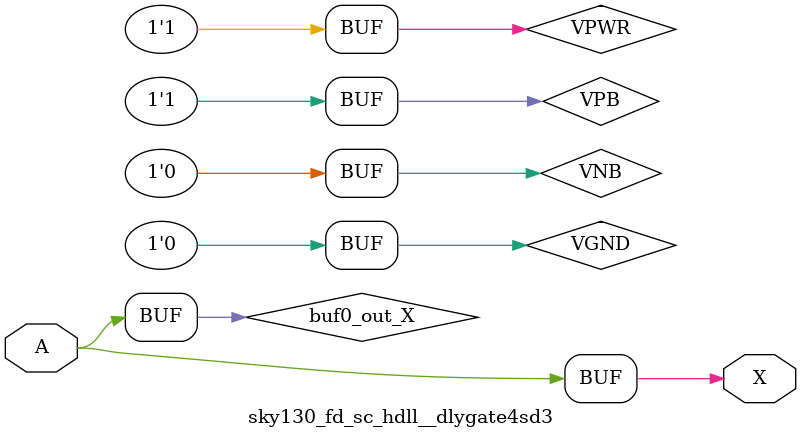
<source format=v>
/*
 * Copyright 2020 The SkyWater PDK Authors
 *
 * Licensed under the Apache License, Version 2.0 (the "License");
 * you may not use this file except in compliance with the License.
 * You may obtain a copy of the License at
 *
 *     https://www.apache.org/licenses/LICENSE-2.0
 *
 * Unless required by applicable law or agreed to in writing, software
 * distributed under the License is distributed on an "AS IS" BASIS,
 * WITHOUT WARRANTIES OR CONDITIONS OF ANY KIND, either express or implied.
 * See the License for the specific language governing permissions and
 * limitations under the License.
 *
 * SPDX-License-Identifier: Apache-2.0
*/


`ifndef SKY130_FD_SC_HDLL__DLYGATE4SD3_BEHAVIORAL_V
`define SKY130_FD_SC_HDLL__DLYGATE4SD3_BEHAVIORAL_V

/**
 * dlygate4sd3: Delay Buffer 4-stage 0.50um length inner stage gates.
 *
 * Verilog simulation functional model.
 */

`timescale 1ns / 1ps
`default_nettype none

`celldefine
module sky130_fd_sc_hdll__dlygate4sd3 (
    X,
    A
);

    // Module ports
    output X;
    input  A;

    // Module supplies
    supply1 VPWR;
    supply0 VGND;
    supply1 VPB ;
    supply0 VNB ;

    // Local signals
    wire buf0_out_X;

    //  Name  Output      Other arguments
    buf buf0 (buf0_out_X, A              );
    buf buf1 (X         , buf0_out_X     );

endmodule
`endcelldefine

`default_nettype wire
`endif  // SKY130_FD_SC_HDLL__DLYGATE4SD3_BEHAVIORAL_V
</source>
